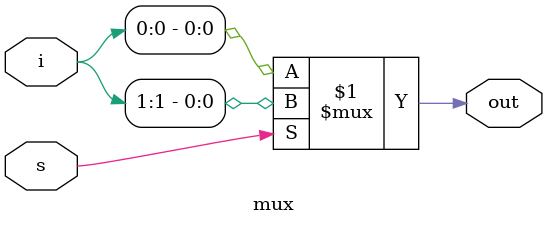
<source format=v>
module mux(out,i,s);
input [1:0] i;
input s;
output out;
assign out = s ? i[1] : i[0];
endmodule

</source>
